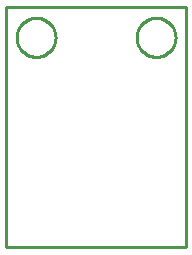
<source format=gbr>
G04 EAGLE Gerber RS-274X export*
G75*
%MOMM*%
%FSLAX34Y34*%
%LPD*%
%IN*%
%IPPOS*%
%AMOC8*
5,1,8,0,0,1.08239X$1,22.5*%
G01*
%ADD10C,0.254000*%


D10*
X0Y0D02*
X152400Y0D01*
X152400Y203200D01*
X0Y203200D01*
X0Y0D01*
X41910Y177260D02*
X41839Y176181D01*
X41698Y175109D01*
X41487Y174049D01*
X41208Y173005D01*
X40860Y171981D01*
X40446Y170983D01*
X39968Y170013D01*
X39428Y169077D01*
X38827Y168178D01*
X38169Y167321D01*
X37457Y166508D01*
X36692Y165744D01*
X35879Y165031D01*
X35022Y164373D01*
X34123Y163772D01*
X33187Y163232D01*
X32217Y162754D01*
X31219Y162340D01*
X30195Y161992D01*
X29151Y161713D01*
X28091Y161502D01*
X27019Y161361D01*
X25940Y161290D01*
X24860Y161290D01*
X23781Y161361D01*
X22709Y161502D01*
X21649Y161713D01*
X20605Y161992D01*
X19581Y162340D01*
X18583Y162754D01*
X17613Y163232D01*
X16677Y163772D01*
X15778Y164373D01*
X14921Y165031D01*
X14108Y165744D01*
X13344Y166508D01*
X12631Y167321D01*
X11973Y168178D01*
X11372Y169077D01*
X10832Y170013D01*
X10354Y170983D01*
X9940Y171981D01*
X9592Y173005D01*
X9313Y174049D01*
X9102Y175109D01*
X8961Y176181D01*
X8890Y177260D01*
X8890Y178340D01*
X8961Y179419D01*
X9102Y180491D01*
X9313Y181551D01*
X9592Y182595D01*
X9940Y183619D01*
X10354Y184617D01*
X10832Y185587D01*
X11372Y186523D01*
X11973Y187422D01*
X12631Y188279D01*
X13344Y189092D01*
X14108Y189857D01*
X14921Y190569D01*
X15778Y191227D01*
X16677Y191828D01*
X17613Y192368D01*
X18583Y192846D01*
X19581Y193260D01*
X20605Y193608D01*
X21649Y193887D01*
X22709Y194098D01*
X23781Y194239D01*
X24860Y194310D01*
X25940Y194310D01*
X27019Y194239D01*
X28091Y194098D01*
X29151Y193887D01*
X30195Y193608D01*
X31219Y193260D01*
X32217Y192846D01*
X33187Y192368D01*
X34123Y191828D01*
X35022Y191227D01*
X35879Y190569D01*
X36692Y189857D01*
X37457Y189092D01*
X38169Y188279D01*
X38827Y187422D01*
X39428Y186523D01*
X39968Y185587D01*
X40446Y184617D01*
X40860Y183619D01*
X41208Y182595D01*
X41487Y181551D01*
X41698Y180491D01*
X41839Y179419D01*
X41910Y178340D01*
X41910Y177260D01*
X143510Y177260D02*
X143439Y176181D01*
X143298Y175109D01*
X143087Y174049D01*
X142808Y173005D01*
X142460Y171981D01*
X142046Y170983D01*
X141568Y170013D01*
X141028Y169077D01*
X140427Y168178D01*
X139769Y167321D01*
X139057Y166508D01*
X138292Y165744D01*
X137479Y165031D01*
X136622Y164373D01*
X135723Y163772D01*
X134787Y163232D01*
X133817Y162754D01*
X132819Y162340D01*
X131795Y161992D01*
X130751Y161713D01*
X129691Y161502D01*
X128619Y161361D01*
X127540Y161290D01*
X126460Y161290D01*
X125381Y161361D01*
X124309Y161502D01*
X123249Y161713D01*
X122205Y161992D01*
X121181Y162340D01*
X120183Y162754D01*
X119213Y163232D01*
X118277Y163772D01*
X117378Y164373D01*
X116521Y165031D01*
X115708Y165744D01*
X114944Y166508D01*
X114231Y167321D01*
X113573Y168178D01*
X112972Y169077D01*
X112432Y170013D01*
X111954Y170983D01*
X111540Y171981D01*
X111192Y173005D01*
X110913Y174049D01*
X110702Y175109D01*
X110561Y176181D01*
X110490Y177260D01*
X110490Y178340D01*
X110561Y179419D01*
X110702Y180491D01*
X110913Y181551D01*
X111192Y182595D01*
X111540Y183619D01*
X111954Y184617D01*
X112432Y185587D01*
X112972Y186523D01*
X113573Y187422D01*
X114231Y188279D01*
X114944Y189092D01*
X115708Y189857D01*
X116521Y190569D01*
X117378Y191227D01*
X118277Y191828D01*
X119213Y192368D01*
X120183Y192846D01*
X121181Y193260D01*
X122205Y193608D01*
X123249Y193887D01*
X124309Y194098D01*
X125381Y194239D01*
X126460Y194310D01*
X127540Y194310D01*
X128619Y194239D01*
X129691Y194098D01*
X130751Y193887D01*
X131795Y193608D01*
X132819Y193260D01*
X133817Y192846D01*
X134787Y192368D01*
X135723Y191828D01*
X136622Y191227D01*
X137479Y190569D01*
X138292Y189857D01*
X139057Y189092D01*
X139769Y188279D01*
X140427Y187422D01*
X141028Y186523D01*
X141568Y185587D01*
X142046Y184617D01*
X142460Y183619D01*
X142808Y182595D01*
X143087Y181551D01*
X143298Y180491D01*
X143439Y179419D01*
X143510Y178340D01*
X143510Y177260D01*
M02*

</source>
